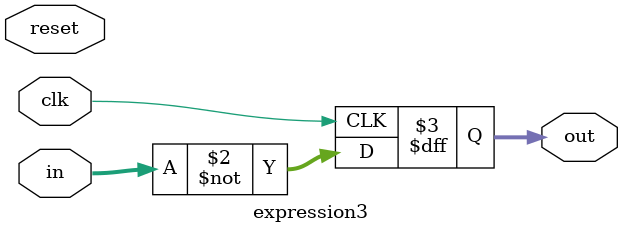
<source format=v>
module expression3
  #(parameter integer WIDTH = 8)
  (input wire             reset,
   input wire             clk,
   input wire [WIDTH-1:0] in,
   output reg [WIDTH-1:0] out);

   always @(posedge clk) out <= ~in;

endmodule

</source>
